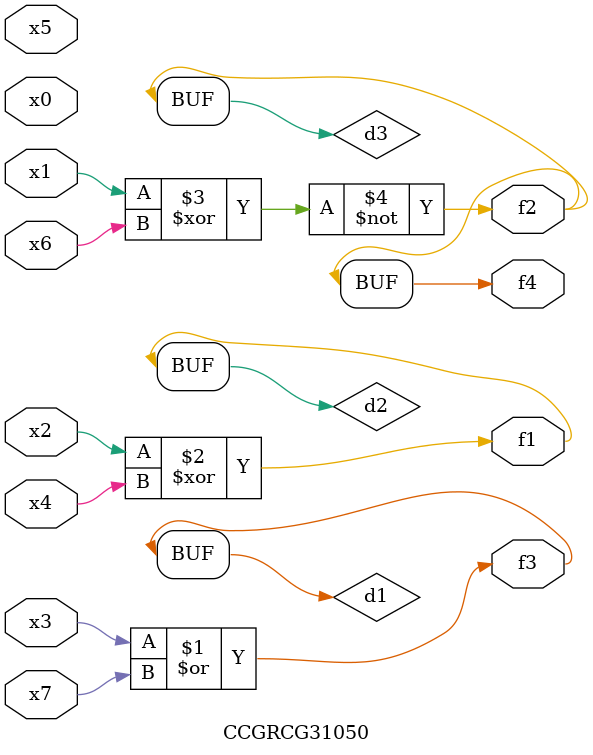
<source format=v>
module CCGRCG31050(
	input x0, x1, x2, x3, x4, x5, x6, x7,
	output f1, f2, f3, f4
);

	wire d1, d2, d3;

	or (d1, x3, x7);
	xor (d2, x2, x4);
	xnor (d3, x1, x6);
	assign f1 = d2;
	assign f2 = d3;
	assign f3 = d1;
	assign f4 = d3;
endmodule

</source>
